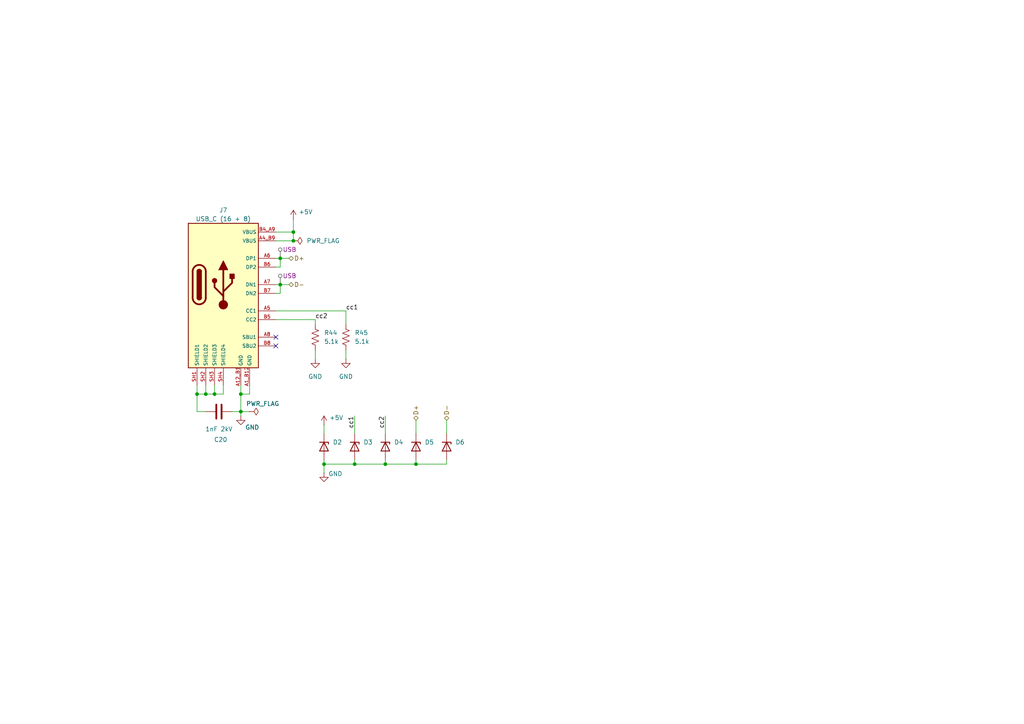
<source format=kicad_sch>
(kicad_sch (version 20250114) (generator "eeschema") (generator_version "9.0")
  (paper "A4")
  (lib_symbols
    (symbol "Device:C" (pin_numbers (hide yes)) (pin_names (offset 0.254))
      (property "Reference" "C" (at 0.635 2.54 0))
      (property "Value" "C" (at 0.635 -2.54 0))
      (symbol "C_0_1"
        (polyline (pts (xy -2.032 0.762) (xy 2.032 0.762)) (stroke (width 0.508)))
        (polyline (pts (xy -2.032 -0.762) (xy 2.032 -0.762)) (stroke (width 0.508)))
      )
      (symbol "C_1_1"
        (pin passive line (at 0 3.81 270) (length 2.794) (name "~") (number "1"))
        (pin passive line (at 0 -3.81 90) (length 2.794) (name "~") (number "2"))
      )
    )
    (symbol "Device:R_US" (pin_numbers (hide yes)) (pin_names (offset 0))
      (property "Reference" "R" (at 2.54 0 90))
      (property "Value" "R_US" (at -2.54 0 90))
      (symbol "R_US_0_1"
        (polyline (pts (xy 0 2.286) (xy 0 2.54)))
        (polyline (pts (xy 0 2.286) (xy 1.016 1.905) (xy 0 1.524) (xy -1.016 1.143) (xy 0 0.762)))
        (polyline (pts (xy 0 0.762) (xy 1.016 0.381) (xy 0 0) (xy -1.016 -0.381) (xy 0 -0.762)))
        (polyline (pts (xy 0 -0.762) (xy 1.016 -1.143) (xy 0 -1.524) (xy -1.016 -1.905) (xy 0 -2.286)))
        (polyline (pts (xy 0 -2.286) (xy 0 -2.54)))
      )
      (symbol "R_US_1_1"
        (pin passive line (at 0 3.81 270) (length 1.27) (name "~") (number "1"))
        (pin passive line (at 0 -3.81 90) (length 1.27) (name "~") (number "2"))
      )
    )
    (symbol "cotti_passives:TVS_5V" (pin_numbers (hide yes)) (pin_names (hide yes))
      (property "Reference" "D" (at 0 2.54 0))
      (property "Value" "D5V0F1U2LP-7B" (at 0 -2.54 0))
      (symbol "TVS_5V_0_1"
        (polyline (pts (xy -1.27 -1.27) (xy -1.27 1.27) (xy -0.762 1.27)) (stroke (width 0.254)))
        (polyline (pts (xy 1.27 0) (xy -1.27 0)))
        (polyline (pts (xy 1.27 -1.27) (xy 1.27 1.27) (xy -1.27 0) (xy 1.27 -1.27)) (stroke (width 0.254)))
      )
      (symbol "TVS_5V_1_1"
        (pin passive line (at -3.81 0 0) (length 2.54) (name "K") (number "1"))
        (pin passive line (at 3.81 0 180) (length 2.54) (name "A") (number "2"))
      )
    )
    (symbol "cotti_usb:USB_C_16+8"
      (property "Reference" "J" (at 1.016 4.318 0))
      (property "Value" "USB_C (16 + 8)" (at 8.382 1.524 0))
      (symbol "USB_C_16+8_0_0"
        (pin passive line (at 17.78 -46.99 90) (length 5.08) (name "GND") (number "A1_B12"))
        (pin passive line (at 25.4 -5.08 180) (length 5.08) (name "VBUS") (number "A4_B9"))
        (pin passive line (at 25.4 -12.7 180) (length 5.08) (name "DP2") (number "B6"))
        (pin passive line (at 25.4 -17.78 180) (length 5.08) (name "DN1") (number "A7"))
        (pin passive line (at 25.4 -20.32 180) (length 5.08) (name "DN2") (number "B7"))
        (pin passive line (at 25.4 -25.4 180) (length 5.08) (name "CC1") (number "A5"))
        (pin passive line (at 25.4 -27.94 180) (length 5.08) (name "CC2") (number "B5"))
        (pin passive line (at 25.4 -33.02 180) (length 5.08) (name "SBU1") (number "A8"))
        (pin passive line (at 25.4 -35.56 180) (length 5.08) (name "SBU2") (number "B8"))
      )
      (symbol "USB_C_16+8_0_1"
        (rectangle (start 0 0) (end 20.32 -41.91) (stroke (width 0.254)) (fill (type background)))
        (polyline (pts (xy 1.27 -21.59) (xy 1.27 -13.97)) (stroke (width 0.508)))
        (rectangle (start 2.54 -21.59) (end 3.81 -13.97) (stroke (width 0.254)) (fill (type outline)))
        (arc (start 2.54 -13.97) (mid 3.175 -13.3377) (end 3.81 -13.97) (stroke (width 0.254)))
        (arc (start 2.54 -13.97) (mid 3.175 -13.3377) (end 3.81 -13.97) (stroke (width 0.254)) (fill (type outline)))
        (arc (start 1.27 -13.97) (mid 3.175 -12.0733) (end 5.08 -13.97) (stroke (width 0.508)))
        (arc (start 5.08 -21.59) (mid 3.175 -23.4867) (end 1.27 -21.59) (stroke (width 0.508)))
        (arc (start 3.81 -21.59) (mid 3.175 -22.2223) (end 2.54 -21.59) (stroke (width 0.254)))
        (arc (start 3.81 -21.59) (mid 3.175 -22.2223) (end 2.54 -21.59) (stroke (width 0.254)) (fill (type outline)))
        (polyline (pts (xy 5.08 -13.97) (xy 5.08 -21.59)) (stroke (width 0.508)))
        (circle (center 7.62 -16.637) (radius 0.635) (stroke (width 0.254)) (fill (type outline)))
        (polyline (pts (xy 8.89 -13.462) (xy 10.16 -10.922) (xy 11.43 -13.462) (xy 8.89 -13.462)) (stroke (width 0.254)) (fill (type outline)))
        (polyline (pts (xy 10.16 -19.812) (xy 12.7 -17.272) (xy 12.7 -16.002)) (stroke (width 0.508)))
        (polyline (pts (xy 10.16 -21.082) (xy 7.62 -18.542) (xy 7.62 -17.272)) (stroke (width 0.508)))
        (polyline (pts (xy 10.16 -23.622) (xy 10.16 -13.462)) (stroke (width 0.508)))
        (circle (center 10.16 -23.622) (radius 1.27) (fill (type outline)))
        (rectangle (start 12.065 -16.002) (end 13.335 -14.732) (stroke (width 0.254)) (fill (type outline)))
      )
      (symbol "USB_C_16+8_1_0"
        (pin passive line (at 2.54 -46.99 90) (length 5.08) (name "SHIELD1") (number "SH1"))
        (pin passive line (at 5.08 -46.99 90) (length 5.08) (name "SHIELD2") (number "SH2"))
        (pin passive line (at 7.62 -46.99 90) (length 5.08) (name "SHIELD3") (number "SH3"))
        (pin passive line (at 10.16 -46.99 90) (length 5.08) (name "SHIELD4") (number "SH4"))
        (pin passive line (at 15.24 -46.99 90) (length 5.08) (name "GND") (number "A12_B1"))
        (pin passive line (at 25.4 -2.54 180) (length 5.08) (name "VBUS") (number "B4_A9"))
        (pin passive line (at 25.4 -10.16 180) (length 5.08) (name "DP1") (number "A6"))
      )
    )
    (symbol "power:+5V" (power) (pin_numbers (hide yes)) (pin_names (offset 0) (hide yes))
      (property "Value" "+5V" (at 0 3.556 0))
      (symbol "+5V_0_1"
        (polyline (pts (xy -0.762 1.27) (xy 0 2.54)))
        (polyline (pts (xy 0 2.54) (xy 0.762 1.27)))
        (polyline (pts (xy 0 0) (xy 0 2.54)))
      )
      (symbol "+5V_1_1"
        (pin power_in line (at 0 0 90) (length 0) (name "~") (number "1"))
      )
    )
    (symbol "power:GND" (power) (pin_numbers (hide yes)) (pin_names (offset 0) (hide yes))
      (property "Value" "GND" (at 0 -3.81 0))
      (symbol "GND_0_1"
        (polyline (pts (xy 0 0) (xy 0 -1.27) (xy 1.27 -1.27) (xy 0 -2.54) (xy -1.27 -1.27) (xy 0 -1.27)))
      )
      (symbol "GND_1_1"
        (pin power_in line (at 0 0 270) (length 0) (name "~") (number "1"))
      )
    )
    (symbol "power:PWR_FLAG" (power) (pin_numbers (hide yes)) (pin_names (offset 0) (hide yes))
      (property "Value" "PWR_FLAG" (at 0 3.81 0))
      (symbol "PWR_FLAG_0_0"
        (pin power_out line (at 0 0 90) (length 0) (name "~") (number "1"))
      )
      (symbol "PWR_FLAG_0_1"
        (polyline (pts (xy 0 0) (xy 0 1.27) (xy -1.016 1.905) (xy 0 2.54) (xy 1.016 1.905) (xy 0 1.27)))
      )
    )
  )
  (junction (at 57.15 114.3))
  (junction (at 69.85 114.3))
  (junction (at 59.69 114.3))
  (junction (at 120.65 134.62))
  (junction (at 81.28 82.55))
  (junction (at 69.85 119.38))
  (junction (at 93.98 134.62))
  (junction (at 102.87 134.62))
  (junction (at 85.09 67.31))
  (junction (at 81.28 74.93))
  (junction (at 62.23 114.3))
  (junction (at 85.09 69.85))
  (junction (at 111.76 134.62))
  (no_connect (at 80.01 100.33))
  (no_connect (at 80.01 97.79))
  (wire (pts (xy 102.87 133.35) (xy 102.87 134.62)))
  (wire (pts (xy 111.76 134.62) (xy 120.65 134.62)))
  (wire (pts (xy 120.65 133.35) (xy 120.65 134.62)))
  (wire (pts (xy 62.23 114.3) (xy 59.69 114.3)))
  (wire (pts (xy 59.69 114.3) (xy 57.15 114.3)))
  (wire (pts (xy 57.15 114.3) (xy 57.15 119.38)))
  (wire (pts (xy 81.28 74.93) (xy 83.82 74.93)))
  (wire (pts (xy 81.28 82.55) (xy 83.82 82.55)))
  (wire (pts (xy 100.33 101.6) (xy 100.33 104.14)))
  (wire (pts (xy 93.98 123.19) (xy 93.98 125.73)))
  (wire (pts (xy 69.85 111.76) (xy 69.85 114.3)))
  (wire (pts (xy 80.01 82.55) (xy 81.28 82.55)))
  (wire (pts (xy 80.01 90.17) (xy 100.33 90.17)))
  (wire (pts (xy 129.54 121.92) (xy 129.54 125.73)))
  (wire (pts (xy 81.28 82.55) (xy 81.28 85.09)))
  (wire (pts (xy 69.85 119.38) (xy 72.39 119.38)))
  (wire (pts (xy 72.39 114.3) (xy 69.85 114.3)))
  (wire (pts (xy 64.77 111.76) (xy 64.77 114.3)))
  (wire (pts (xy 57.15 119.38) (xy 59.69 119.38)))
  (wire (pts (xy 93.98 133.35) (xy 93.98 134.62)))
  (wire (pts (xy 80.01 69.85) (xy 85.09 69.85)))
  (wire (pts (xy 120.65 134.62) (xy 129.54 134.62)))
  (wire (pts (xy 57.15 111.76) (xy 57.15 114.3)))
  (wire (pts (xy 129.54 134.62) (xy 129.54 133.35)))
  (wire (pts (xy 72.39 111.76) (xy 72.39 114.3)))
  (wire (pts (xy 85.09 67.31) (xy 85.09 63.5)))
  (wire (pts (xy 80.01 77.47) (xy 81.28 77.47)))
  (wire (pts (xy 59.69 111.76) (xy 59.69 114.3)))
  (wire (pts (xy 69.85 119.38) (xy 69.85 120.65)))
  (wire (pts (xy 81.28 85.09) (xy 80.01 85.09)))
  (wire (pts (xy 91.44 92.71) (xy 91.44 93.98)))
  (wire (pts (xy 111.76 133.35) (xy 111.76 134.62)))
  (wire (pts (xy 111.76 120.65) (xy 111.76 125.73)))
  (wire (pts (xy 93.98 134.62) (xy 93.98 137.16)))
  (wire (pts (xy 80.01 92.71) (xy 91.44 92.71)))
  (wire (pts (xy 62.23 111.76) (xy 62.23 114.3)))
  (wire (pts (xy 80.01 74.93) (xy 81.28 74.93)))
  (wire (pts (xy 80.01 67.31) (xy 85.09 67.31)))
  (wire (pts (xy 81.28 74.93) (xy 81.28 77.47)))
  (wire (pts (xy 64.77 114.3) (xy 62.23 114.3)))
  (wire (pts (xy 69.85 114.3) (xy 69.85 119.38)))
  (wire (pts (xy 120.65 121.92) (xy 120.65 125.73)))
  (wire (pts (xy 91.44 101.6) (xy 91.44 104.14)))
  (wire (pts (xy 102.87 134.62) (xy 111.76 134.62)))
  (wire (pts (xy 85.09 69.85) (xy 85.09 67.31)))
  (wire (pts (xy 67.31 119.38) (xy 69.85 119.38)))
  (wire (pts (xy 102.87 120.65) (xy 102.87 125.73)))
  (wire (pts (xy 93.98 134.62) (xy 102.87 134.62)))
  (wire (pts (xy 100.33 90.17) (xy 100.33 93.98)))
  (label "cc2" (at 91.44 92.71 0))
  (label "cc1" (at 102.87 120.65 270))
  (label "cc2" (at 111.76 120.65 270))
  (label "cc1" (at 100.33 90.17 0))
  (hierarchical_label "D-" (shape bidirectional) (at 83.82 82.55 0))
  (hierarchical_label "D-" (shape bidirectional) (at 129.54 121.92 90))
  (hierarchical_label "D+" (shape bidirectional) (at 83.82 74.93 0))
  (hierarchical_label "D+" (shape bidirectional) (at 120.65 121.92 90))
  (netclass_flag "" (length 2.54) (shape round) (at 81.28 82.55 0) (property "Netclass" "USB" (at 81.9785 80.01 0) (effects (justify left))))
  (netclass_flag "" (length 2.54) (shape round) (at 81.28 74.93 0) (property "Netclass" "USB" (at 81.9785 72.39 0) (effects (justify left))))
  (symbol (lib_id "power:GND") (at 100.33 104.14 0) (unit 1)
    (property "Reference" "#PWR053" (effects (hide yes)))
    (property "Value" "GND" (at 100.33 109.22 0))
    (property "Description" "Power symbol creates a global label with name \"GND\" , ground" (effects (hide yes)))
  )
  (symbol (lib_id "cotti_passives:TVS_5V") (at 111.76 129.54 270) (unit 1)
    (property "Reference" "D4" (at 114.3 128.2699 90) (effects (justify left)))
    (property "Value" "D5V0F1U2LP-7B" (effects (hide yes)))
    (property "Footprint" "Diode_SMD:D_SOD-523" (effects (hide yes)))
    (property "Datasheet" "https://www.diodes.com/assets/Datasheets/D5V0F1U2LP.pdf" (effects (hide yes)))
    (property "Description" "5V, 1200W TVS unidirectional diode, DSN1608-2" (effects (hide yes)))
    (property "Digikey" "https://www.digikey.com/en/products/detail/diodes-incorporated/D5V0F1U2LP-7B/4868983" (effects (hide yes)))
    (property "Mfr." "Diodes Incorporated" (effects (hide yes)))
    (property "Mfr. P/N" "D5V0F1U2LP-7B" (effects (hide yes)))
  )
  (symbol (lib_id "cotti_usb:USB_C_16+8") (at 54.61 64.77 0) (unit 1)
    (property "Reference" "J7" (at 64.77 60.96 0))
    (property "Value" "USB_C (16 + 8)" (at 64.77 63.5 0))
    (property "Footprint" "cotti_footprints:SAMESKY_UJ20-C-H-G-SMT-5-P16-TR" (effects (hide yes)))
    (property "Datasheet" "https://www.sameskydevices.com/product/resource/uj20-c-h-g-smt-5-p16-tr.pdf" (effects (hide yes)))
    (property "Description" "USB-C (USB TYPE-C) USB 2.0 Receptacle Connector 24 (16+8 Dummy) Position Surface Mount, Right Angle; Through Hole" (effects (hide yes)))
    (property "Digikey" "https://www.digikey.com/en/products/detail/same-sky-formerly-cui-devices/UJ20-C-H-G-SMT-5-P16-TR/24818593" (effects (hide yes)))
    (property "Mfr." "Same Sky (Formerly CUI Devices)" (effects (hide yes)))
    (property "Mfr. P/N" "UJ20-C-H-G-SMT-5-P16-TR" (effects (hide yes)))
  )
  (symbol (lib_id "power:+5V") (at 85.09 63.5 0) (unit 1)
    (property "Reference" "#PWR049" (effects (hide yes)))
    (property "Value" "+5V" (at 88.646 61.468 0))
    (property "Description" "Power symbol creates a global label with name \"+5V\"" (effects (hide yes)))
  )
  (symbol (lib_id "cotti_passives:TVS_5V") (at 102.87 129.54 270) (unit 1)
    (property "Reference" "D3" (at 105.41 128.2699 90) (effects (justify left)))
    (property "Value" "D5V0F1U2LP-7B" (effects (hide yes)))
    (property "Footprint" "Diode_SMD:D_SOD-523" (effects (hide yes)))
    (property "Datasheet" "https://www.diodes.com/assets/Datasheets/D5V0F1U2LP.pdf" (effects (hide yes)))
    (property "Description" "5V, 1200W TVS unidirectional diode, DSN1608-2" (effects (hide yes)))
    (property "Digikey" "https://www.digikey.com/en/products/detail/diodes-incorporated/D5V0F1U2LP-7B/4868983" (effects (hide yes)))
    (property "Mfr." "Diodes Incorporated" (effects (hide yes)))
    (property "Mfr. P/N" "D5V0F1U2LP-7B" (effects (hide yes)))
  )
  (symbol (lib_id "power:+5V") (at 93.98 123.19 0) (unit 1)
    (property "Reference" "#PWR051" (effects (hide yes)))
    (property "Value" "+5V" (at 97.536 121.158 0))
    (property "Description" "Power symbol creates a global label with name \"+5V\"" (effects (hide yes)))
  )
  (symbol (lib_id "cotti_passives:TVS_5V") (at 93.98 129.54 270) (unit 1)
    (property "Reference" "D2" (at 96.52 128.2699 90) (effects (justify left)))
    (property "Value" "D5V0F1U2LP-7B" (effects (hide yes)))
    (property "Footprint" "Diode_SMD:D_SOD-523" (effects (hide yes)))
    (property "Datasheet" "https://www.diodes.com/assets/Datasheets/D5V0F1U2LP.pdf" (effects (hide yes)))
    (property "Description" "5V, 1200W TVS unidirectional diode, DSN1608-2" (effects (hide yes)))
    (property "Digikey" "https://www.digikey.com/en/products/detail/diodes-incorporated/D5V0F1U2LP-7B/4868983" (effects (hide yes)))
    (property "Mfr." "Diodes Incorporated" (effects (hide yes)))
    (property "Mfr. P/N" "D5V0F1U2LP-7B" (effects (hide yes)))
  )
  (symbol (lib_id "cotti_passives:TVS_5V") (at 120.65 129.54 270) (unit 1)
    (property "Reference" "D5" (at 123.19 128.2699 90) (effects (justify left)))
    (property "Value" "D5V0F1U2LP-7B" (effects (hide yes)))
    (property "Footprint" "Diode_SMD:D_SOD-523" (effects (hide yes)))
    (property "Datasheet" "https://www.diodes.com/assets/Datasheets/D5V0F1U2LP.pdf" (effects (hide yes)))
    (property "Description" "5V, 1200W TVS unidirectional diode, DSN1608-2" (effects (hide yes)))
    (property "Digikey" "https://www.digikey.com/en/products/detail/diodes-incorporated/D5V0F1U2LP-7B/4868983" (effects (hide yes)))
    (property "Mfr." "Diodes Incorporated" (effects (hide yes)))
    (property "Mfr. P/N" "D5V0F1U2LP-7B" (effects (hide yes)))
  )
  (symbol (lib_id "Device:R_US") (at 100.33 97.79 0) (unit 1)
    (property "Reference" "R45" (at 102.87 96.5199 0) (effects (justify left)))
    (property "Value" "5.1k" (at 102.87 99.0599 0) (effects (justify left)))
    (property "Footprint" "Resistor_SMD:R_0805_2012Metric_Pad1.20x1.40mm_HandSolder" (effects (hide yes)))
    (property "Datasheet" "https://www.yageogroup.com/content/datasheet/asset/file/PYU-RC_GROUP_51_ROHS_L" (effects (hide yes)))
    (property "Description" "5.1 kOhms ±1% 0.125W, 1/8W Chip Resistor 0805 (2012 Metric) Thick Film" (effects (hide yes)))
    (property "Digikey" "https://www.digikey.com/en/products/detail/yageo/RC0805FR-135K1L/14008188" (effects (hide yes)))
    (property "Mfr." "YAGEO" (effects (hide yes)))
    (property "Mfr. P/N" "RC0805FR-135K1L" (effects (hide yes)))
  )
  (symbol (lib_id "power:PWR_FLAG") (at 72.39 119.38 270) (unit 1)
    (property "Reference" "#FLG03" (effects (hide yes)))
    (property "Value" "PWR_FLAG" (at 71.374 117.094 90) (effects (justify left)))
    (property "Description" "Special symbol for telling ERC where power comes from" (effects (hide yes)))
  )
  (symbol (lib_id "Device:R_US") (at 91.44 97.79 0) (unit 1)
    (property "Reference" "R44" (at 93.98 96.5199 0) (effects (justify left)))
    (property "Value" "5.1k" (at 93.98 99.0599 0) (effects (justify left)))
    (property "Footprint" "Resistor_SMD:R_0805_2012Metric_Pad1.20x1.40mm_HandSolder" (effects (hide yes)))
    (property "Datasheet" "https://www.yageogroup.com/content/datasheet/asset/file/PYU-RC_GROUP_51_ROHS_L" (effects (hide yes)))
    (property "Description" "5.1 kOhms ±1% 0.125W, 1/8W Chip Resistor 0805 (2012 Metric) Thick Film" (effects (hide yes)))
    (property "Digikey" "https://www.digikey.com/en/products/detail/yageo/RC0805FR-135K1L/14008188" (effects (hide yes)))
    (property "Mfr." "YAGEO" (effects (hide yes)))
    (property "Mfr. P/N" "RC0805FR-135K1L" (effects (hide yes)))
  )
  (symbol (lib_id "power:GND") (at 91.44 104.14 0) (unit 1)
    (property "Reference" "#PWR050" (effects (hide yes)))
    (property "Value" "GND" (at 91.44 109.22 0))
    (property "Description" "Power symbol creates a global label with name \"GND\" , ground" (effects (hide yes)))
  )
  (symbol (lib_id "power:GND") (at 69.85 120.65 0) (unit 1)
    (property "Reference" "#PWR048" (effects (hide yes)))
    (property "Value" "GND" (at 73.152 123.952 0))
    (property "Description" "Power symbol creates a global label with name \"GND\" , ground" (effects (hide yes)))
  )
  (symbol (lib_id "power:GND") (at 93.98 137.16 0) (unit 1)
    (property "Reference" "#PWR052" (effects (hide yes)))
    (property "Value" "GND" (at 97.282 137.414 0))
    (property "Description" "Power symbol creates a global label with name \"GND\" , ground" (effects (hide yes)))
  )
  (symbol (lib_id "Device:C") (at 63.5 119.38 90) (mirror x) (unit 1)
    (property "Reference" "C20" (at 64.008 127.508 90))
    (property "Value" "1nF 2kV" (at 63.5 124.46 90))
    (property "Footprint" "Capacitor_SMD:C_1206_3216Metric_Pad1.33x1.80mm_HandSolder" (effects (hide yes)))
    (property "Datasheet" "http://www.passivecomponent.com/wp-content/uploads/datasheet/WTC_MLCC_Middle_and_High_Voltage.pdf" (effects (hide yes)))
    (property "Description" "1000 pF ±20% 2000V (2kV) Ceramic Capacitor X7R 1206 (3216 Metric)" (effects (hide yes)))
    (property "Digikey" "https://www.digikey.com/en/products/detail/walsin-technology-corporation/1206B102M202CT/15791323" (effects (hide yes)))
    (property "Mfr." "Walsin Technology Corporation" (effects (hide yes)))
    (property "Mfr. P/N" "1206B102M202CT" (effects (hide yes)))
  )
  (symbol (lib_id "cotti_passives:TVS_5V") (at 129.54 129.54 270) (unit 1)
    (property "Reference" "D6" (at 132.08 128.2699 90) (effects (justify left)))
    (property "Value" "D5V0F1U2LP-7B" (effects (hide yes)))
    (property "Footprint" "Diode_SMD:D_SOD-523" (effects (hide yes)))
    (property "Datasheet" "https://www.diodes.com/assets/Datasheets/D5V0F1U2LP.pdf" (effects (hide yes)))
    (property "Description" "5V, 1200W TVS unidirectional diode, DSN1608-2" (effects (hide yes)))
    (property "Digikey" "https://www.digikey.com/en/products/detail/diodes-incorporated/D5V0F1U2LP-7B/4868983" (effects (hide yes)))
    (property "Mfr." "Diodes Incorporated" (effects (hide yes)))
    (property "Mfr. P/N" "D5V0F1U2LP-7B" (effects (hide yes)))
  )
  (symbol (lib_id "power:PWR_FLAG") (at 85.09 69.85 270) (unit 1)
    (property "Reference" "#FLG04" (effects (hide yes)))
    (property "Value" "PWR_FLAG" (at 88.9 69.8499 90) (effects (justify left)))
    (property "Description" "Special symbol for telling ERC where power comes from" (effects (hide yes)))
  )
)
</source>
